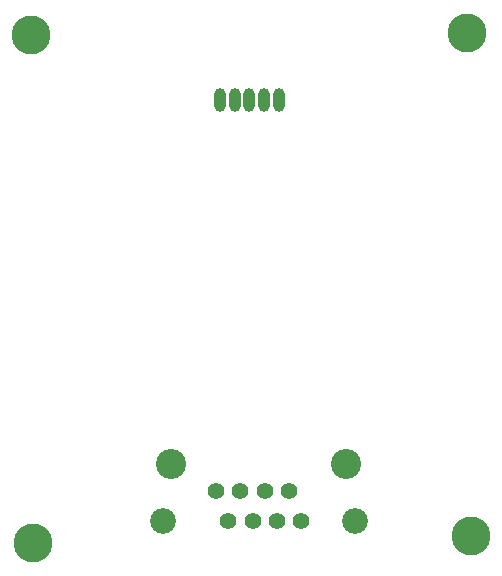
<source format=gbr>
%TF.GenerationSoftware,Altium Limited,Altium Designer,18.0.12 (696)*%
G04 Layer_Physical_Order=2*
G04 Layer_Color=16711680*
%FSLAX26Y26*%
%MOIN*%
%TF.FileFunction,Copper,L2,Bot,Signal*%
%TF.Part,Single*%
G01*
G75*
%TA.AperFunction,ComponentPad*%
%ADD11C,0.129920*%
%ADD12C,0.100390*%
%ADD13C,0.086000*%
%ADD14C,0.056000*%
%ADD15O,0.039690X0.079380*%
D11*
X1202360Y1186220D02*
D03*
X2662680Y1208230D02*
D03*
X1197390Y2878000D02*
D03*
X2648680Y2884370D02*
D03*
D12*
X2247240Y1450000D02*
D03*
X1661420D02*
D03*
D13*
X2274210Y1259450D02*
D03*
X1634450D02*
D03*
D14*
X2094880D02*
D03*
X2054720Y1359450D02*
D03*
X2014570Y1259450D02*
D03*
X1974410Y1359450D02*
D03*
X1934250Y1259450D02*
D03*
X1894090Y1359450D02*
D03*
X1853940Y1259450D02*
D03*
X1813780Y1359450D02*
D03*
D15*
X1825530Y2661500D02*
D03*
X1874750D02*
D03*
X1923960D02*
D03*
X1973170D02*
D03*
X2022390D02*
D03*
%TF.MD5,36fd8dcaacbfb074a06c9f88cdab0235*%
M02*

</source>
